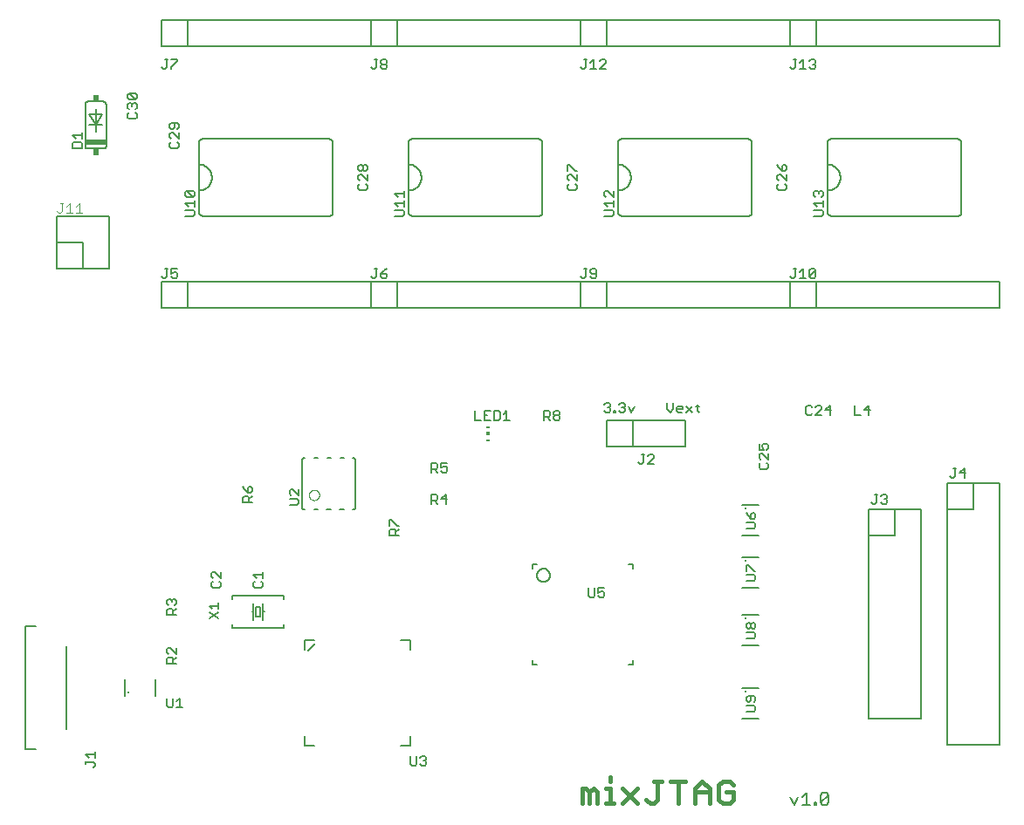
<source format=gto>
G75*
%MOIN*%
%OFA0B0*%
%FSLAX25Y25*%
%IPPOS*%
%LPD*%
%AMOC8*
5,1,8,0,0,1.08239X$1,22.5*
%
%ADD10C,0.01500*%
%ADD11C,0.00600*%
%ADD12C,0.00500*%
%ADD13C,0.00800*%
%ADD14R,0.01181X0.00591*%
%ADD15R,0.01181X0.01181*%
%ADD16C,0.00200*%
%ADD17C,0.00787*%
%ADD18R,0.08000X0.02000*%
%ADD19R,0.02000X0.02500*%
%ADD20C,0.00400*%
D10*
X0272229Y0030750D02*
X0272229Y0036422D01*
X0273647Y0036422D01*
X0275064Y0035004D01*
X0276482Y0036422D01*
X0277900Y0035004D01*
X0277900Y0030750D01*
X0275064Y0030750D02*
X0275064Y0035004D01*
X0281437Y0036422D02*
X0282854Y0036422D01*
X0282854Y0030750D01*
X0281437Y0030750D02*
X0284272Y0030750D01*
X0287575Y0030750D02*
X0293247Y0036422D01*
X0296783Y0032168D02*
X0298201Y0030750D01*
X0299619Y0030750D01*
X0301037Y0032168D01*
X0301037Y0039257D01*
X0299619Y0039257D02*
X0302455Y0039257D01*
X0305991Y0039257D02*
X0311662Y0039257D01*
X0308827Y0039257D02*
X0308827Y0030750D01*
X0315199Y0030750D02*
X0315199Y0036422D01*
X0318035Y0039257D01*
X0320870Y0036422D01*
X0320870Y0030750D01*
X0324407Y0032168D02*
X0325824Y0030750D01*
X0328660Y0030750D01*
X0330078Y0032168D01*
X0330078Y0035004D01*
X0327242Y0035004D01*
X0324407Y0037839D02*
X0324407Y0032168D01*
X0320870Y0035004D02*
X0315199Y0035004D01*
X0324407Y0037839D02*
X0325824Y0039257D01*
X0328660Y0039257D01*
X0330078Y0037839D01*
X0293247Y0030750D02*
X0287575Y0036422D01*
X0282854Y0039257D02*
X0282854Y0040675D01*
D11*
X0333404Y0063202D02*
X0339554Y0063202D01*
X0339554Y0074802D02*
X0333404Y0074802D01*
X0333404Y0091202D02*
X0339554Y0091202D01*
X0339554Y0102802D02*
X0333404Y0102802D01*
X0333404Y0113202D02*
X0339554Y0113202D01*
X0339554Y0124802D02*
X0333404Y0124802D01*
X0333404Y0133202D02*
X0339554Y0133202D01*
X0339554Y0144802D02*
X0333404Y0144802D01*
X0311479Y0167000D02*
X0291479Y0167000D01*
X0291479Y0177000D01*
X0311479Y0177000D01*
X0291479Y0177000D02*
X0281479Y0177000D01*
X0281479Y0167000D01*
X0291479Y0167000D01*
X0291579Y0122100D02*
X0289979Y0122100D01*
X0291579Y0122100D02*
X0291579Y0120500D01*
X0254979Y0118000D02*
X0254981Y0118099D01*
X0254987Y0118199D01*
X0254997Y0118298D01*
X0255011Y0118396D01*
X0255028Y0118494D01*
X0255050Y0118591D01*
X0255075Y0118687D01*
X0255104Y0118782D01*
X0255137Y0118876D01*
X0255174Y0118968D01*
X0255214Y0119059D01*
X0255258Y0119148D01*
X0255306Y0119236D01*
X0255357Y0119321D01*
X0255411Y0119404D01*
X0255468Y0119486D01*
X0255529Y0119564D01*
X0255593Y0119641D01*
X0255659Y0119714D01*
X0255729Y0119785D01*
X0255801Y0119853D01*
X0255876Y0119919D01*
X0255954Y0119981D01*
X0256034Y0120040D01*
X0256116Y0120096D01*
X0256200Y0120148D01*
X0256287Y0120197D01*
X0256375Y0120243D01*
X0256465Y0120285D01*
X0256557Y0120324D01*
X0256650Y0120359D01*
X0256744Y0120390D01*
X0256840Y0120417D01*
X0256937Y0120440D01*
X0257034Y0120460D01*
X0257132Y0120476D01*
X0257231Y0120488D01*
X0257330Y0120496D01*
X0257429Y0120500D01*
X0257529Y0120500D01*
X0257628Y0120496D01*
X0257727Y0120488D01*
X0257826Y0120476D01*
X0257924Y0120460D01*
X0258021Y0120440D01*
X0258118Y0120417D01*
X0258214Y0120390D01*
X0258308Y0120359D01*
X0258401Y0120324D01*
X0258493Y0120285D01*
X0258583Y0120243D01*
X0258671Y0120197D01*
X0258758Y0120148D01*
X0258842Y0120096D01*
X0258924Y0120040D01*
X0259004Y0119981D01*
X0259082Y0119919D01*
X0259157Y0119853D01*
X0259229Y0119785D01*
X0259299Y0119714D01*
X0259365Y0119641D01*
X0259429Y0119564D01*
X0259490Y0119486D01*
X0259547Y0119404D01*
X0259601Y0119321D01*
X0259652Y0119236D01*
X0259700Y0119148D01*
X0259744Y0119059D01*
X0259784Y0118968D01*
X0259821Y0118876D01*
X0259854Y0118782D01*
X0259883Y0118687D01*
X0259908Y0118591D01*
X0259930Y0118494D01*
X0259947Y0118396D01*
X0259961Y0118298D01*
X0259971Y0118199D01*
X0259977Y0118099D01*
X0259979Y0118000D01*
X0259977Y0117901D01*
X0259971Y0117801D01*
X0259961Y0117702D01*
X0259947Y0117604D01*
X0259930Y0117506D01*
X0259908Y0117409D01*
X0259883Y0117313D01*
X0259854Y0117218D01*
X0259821Y0117124D01*
X0259784Y0117032D01*
X0259744Y0116941D01*
X0259700Y0116852D01*
X0259652Y0116764D01*
X0259601Y0116679D01*
X0259547Y0116596D01*
X0259490Y0116514D01*
X0259429Y0116436D01*
X0259365Y0116359D01*
X0259299Y0116286D01*
X0259229Y0116215D01*
X0259157Y0116147D01*
X0259082Y0116081D01*
X0259004Y0116019D01*
X0258924Y0115960D01*
X0258842Y0115904D01*
X0258758Y0115852D01*
X0258671Y0115803D01*
X0258583Y0115757D01*
X0258493Y0115715D01*
X0258401Y0115676D01*
X0258308Y0115641D01*
X0258214Y0115610D01*
X0258118Y0115583D01*
X0258021Y0115560D01*
X0257924Y0115540D01*
X0257826Y0115524D01*
X0257727Y0115512D01*
X0257628Y0115504D01*
X0257529Y0115500D01*
X0257429Y0115500D01*
X0257330Y0115504D01*
X0257231Y0115512D01*
X0257132Y0115524D01*
X0257034Y0115540D01*
X0256937Y0115560D01*
X0256840Y0115583D01*
X0256744Y0115610D01*
X0256650Y0115641D01*
X0256557Y0115676D01*
X0256465Y0115715D01*
X0256375Y0115757D01*
X0256287Y0115803D01*
X0256200Y0115852D01*
X0256116Y0115904D01*
X0256034Y0115960D01*
X0255954Y0116019D01*
X0255876Y0116081D01*
X0255801Y0116147D01*
X0255729Y0116215D01*
X0255659Y0116286D01*
X0255593Y0116359D01*
X0255529Y0116436D01*
X0255468Y0116514D01*
X0255411Y0116596D01*
X0255357Y0116679D01*
X0255306Y0116764D01*
X0255258Y0116852D01*
X0255214Y0116941D01*
X0255174Y0117032D01*
X0255137Y0117124D01*
X0255104Y0117218D01*
X0255075Y0117313D01*
X0255050Y0117409D01*
X0255028Y0117506D01*
X0255011Y0117604D01*
X0254997Y0117702D01*
X0254987Y0117801D01*
X0254981Y0117901D01*
X0254979Y0118000D01*
X0253379Y0120500D02*
X0253379Y0122100D01*
X0254979Y0122100D01*
X0253179Y0085500D02*
X0253179Y0083700D01*
X0254979Y0083700D01*
X0289979Y0083900D02*
X0291579Y0083900D01*
X0291579Y0085500D01*
X0351779Y0033236D02*
X0353247Y0030300D01*
X0354715Y0033236D01*
X0356383Y0033236D02*
X0357851Y0034704D01*
X0357851Y0030300D01*
X0356383Y0030300D02*
X0359319Y0030300D01*
X0360987Y0030300D02*
X0361721Y0030300D01*
X0361721Y0031034D01*
X0360987Y0031034D01*
X0360987Y0030300D01*
X0363289Y0031034D02*
X0366224Y0033970D01*
X0366224Y0031034D01*
X0365490Y0030300D01*
X0364023Y0030300D01*
X0363289Y0031034D01*
X0363289Y0033970D01*
X0364023Y0034704D01*
X0365490Y0034704D01*
X0366224Y0033970D01*
X0381479Y0063000D02*
X0401479Y0063000D01*
X0401479Y0143000D01*
X0391479Y0143000D01*
X0391479Y0133000D01*
X0381479Y0133000D01*
X0381479Y0063000D01*
X0411479Y0053000D02*
X0431479Y0053000D01*
X0431479Y0153000D01*
X0421479Y0153000D01*
X0421479Y0143000D01*
X0411479Y0143000D01*
X0411479Y0053000D01*
X0381479Y0133000D02*
X0381479Y0143000D01*
X0391479Y0143000D01*
X0411479Y0143000D02*
X0411479Y0153000D01*
X0421479Y0153000D01*
X0431479Y0220000D02*
X0361479Y0220000D01*
X0361479Y0230000D01*
X0431479Y0230000D01*
X0431479Y0220000D01*
X0415579Y0255300D02*
X0367379Y0255300D01*
X0367303Y0255302D01*
X0367227Y0255308D01*
X0367152Y0255317D01*
X0367077Y0255331D01*
X0367003Y0255348D01*
X0366930Y0255369D01*
X0366858Y0255393D01*
X0366787Y0255422D01*
X0366718Y0255453D01*
X0366651Y0255488D01*
X0366586Y0255527D01*
X0366522Y0255569D01*
X0366461Y0255614D01*
X0366402Y0255662D01*
X0366346Y0255713D01*
X0366292Y0255767D01*
X0366241Y0255823D01*
X0366193Y0255882D01*
X0366148Y0255943D01*
X0366106Y0256007D01*
X0366067Y0256072D01*
X0366032Y0256139D01*
X0366001Y0256208D01*
X0365972Y0256279D01*
X0365948Y0256351D01*
X0365927Y0256424D01*
X0365910Y0256498D01*
X0365896Y0256573D01*
X0365887Y0256648D01*
X0365881Y0256724D01*
X0365879Y0256800D01*
X0365879Y0265000D01*
X0365879Y0275000D01*
X0365879Y0283200D01*
X0365881Y0283276D01*
X0365887Y0283352D01*
X0365896Y0283427D01*
X0365910Y0283502D01*
X0365927Y0283576D01*
X0365948Y0283649D01*
X0365972Y0283721D01*
X0366001Y0283792D01*
X0366032Y0283861D01*
X0366067Y0283928D01*
X0366106Y0283993D01*
X0366148Y0284057D01*
X0366193Y0284118D01*
X0366241Y0284177D01*
X0366292Y0284233D01*
X0366346Y0284287D01*
X0366402Y0284338D01*
X0366461Y0284386D01*
X0366522Y0284431D01*
X0366586Y0284473D01*
X0366651Y0284512D01*
X0366718Y0284547D01*
X0366787Y0284578D01*
X0366858Y0284607D01*
X0366930Y0284631D01*
X0367003Y0284652D01*
X0367077Y0284669D01*
X0367152Y0284683D01*
X0367227Y0284692D01*
X0367303Y0284698D01*
X0367379Y0284700D01*
X0415579Y0284700D01*
X0415655Y0284698D01*
X0415731Y0284692D01*
X0415806Y0284683D01*
X0415881Y0284669D01*
X0415955Y0284652D01*
X0416028Y0284631D01*
X0416100Y0284607D01*
X0416171Y0284578D01*
X0416240Y0284547D01*
X0416307Y0284512D01*
X0416372Y0284473D01*
X0416436Y0284431D01*
X0416497Y0284386D01*
X0416556Y0284338D01*
X0416612Y0284287D01*
X0416666Y0284233D01*
X0416717Y0284177D01*
X0416765Y0284118D01*
X0416810Y0284057D01*
X0416852Y0283993D01*
X0416891Y0283928D01*
X0416926Y0283861D01*
X0416957Y0283792D01*
X0416986Y0283721D01*
X0417010Y0283649D01*
X0417031Y0283576D01*
X0417048Y0283502D01*
X0417062Y0283427D01*
X0417071Y0283352D01*
X0417077Y0283276D01*
X0417079Y0283200D01*
X0417079Y0256800D01*
X0417077Y0256724D01*
X0417071Y0256648D01*
X0417062Y0256573D01*
X0417048Y0256498D01*
X0417031Y0256424D01*
X0417010Y0256351D01*
X0416986Y0256279D01*
X0416957Y0256208D01*
X0416926Y0256139D01*
X0416891Y0256072D01*
X0416852Y0256007D01*
X0416810Y0255943D01*
X0416765Y0255882D01*
X0416717Y0255823D01*
X0416666Y0255767D01*
X0416612Y0255713D01*
X0416556Y0255662D01*
X0416497Y0255614D01*
X0416436Y0255569D01*
X0416372Y0255527D01*
X0416307Y0255488D01*
X0416240Y0255453D01*
X0416171Y0255422D01*
X0416100Y0255393D01*
X0416028Y0255369D01*
X0415955Y0255348D01*
X0415881Y0255331D01*
X0415806Y0255317D01*
X0415731Y0255308D01*
X0415655Y0255302D01*
X0415579Y0255300D01*
X0365879Y0265000D02*
X0366019Y0265002D01*
X0366159Y0265008D01*
X0366299Y0265018D01*
X0366439Y0265031D01*
X0366578Y0265049D01*
X0366717Y0265071D01*
X0366854Y0265096D01*
X0366992Y0265125D01*
X0367128Y0265158D01*
X0367263Y0265195D01*
X0367397Y0265236D01*
X0367530Y0265281D01*
X0367662Y0265329D01*
X0367792Y0265381D01*
X0367921Y0265436D01*
X0368048Y0265495D01*
X0368174Y0265558D01*
X0368298Y0265624D01*
X0368419Y0265693D01*
X0368539Y0265766D01*
X0368657Y0265843D01*
X0368772Y0265922D01*
X0368886Y0266005D01*
X0368996Y0266091D01*
X0369105Y0266180D01*
X0369211Y0266272D01*
X0369314Y0266367D01*
X0369415Y0266464D01*
X0369512Y0266565D01*
X0369607Y0266668D01*
X0369699Y0266774D01*
X0369788Y0266883D01*
X0369874Y0266993D01*
X0369957Y0267107D01*
X0370036Y0267222D01*
X0370113Y0267340D01*
X0370186Y0267460D01*
X0370255Y0267581D01*
X0370321Y0267705D01*
X0370384Y0267831D01*
X0370443Y0267958D01*
X0370498Y0268087D01*
X0370550Y0268217D01*
X0370598Y0268349D01*
X0370643Y0268482D01*
X0370684Y0268616D01*
X0370721Y0268751D01*
X0370754Y0268887D01*
X0370783Y0269025D01*
X0370808Y0269162D01*
X0370830Y0269301D01*
X0370848Y0269440D01*
X0370861Y0269580D01*
X0370871Y0269720D01*
X0370877Y0269860D01*
X0370879Y0270000D01*
X0370877Y0270140D01*
X0370871Y0270280D01*
X0370861Y0270420D01*
X0370848Y0270560D01*
X0370830Y0270699D01*
X0370808Y0270838D01*
X0370783Y0270975D01*
X0370754Y0271113D01*
X0370721Y0271249D01*
X0370684Y0271384D01*
X0370643Y0271518D01*
X0370598Y0271651D01*
X0370550Y0271783D01*
X0370498Y0271913D01*
X0370443Y0272042D01*
X0370384Y0272169D01*
X0370321Y0272295D01*
X0370255Y0272419D01*
X0370186Y0272540D01*
X0370113Y0272660D01*
X0370036Y0272778D01*
X0369957Y0272893D01*
X0369874Y0273007D01*
X0369788Y0273117D01*
X0369699Y0273226D01*
X0369607Y0273332D01*
X0369512Y0273435D01*
X0369415Y0273536D01*
X0369314Y0273633D01*
X0369211Y0273728D01*
X0369105Y0273820D01*
X0368996Y0273909D01*
X0368886Y0273995D01*
X0368772Y0274078D01*
X0368657Y0274157D01*
X0368539Y0274234D01*
X0368419Y0274307D01*
X0368298Y0274376D01*
X0368174Y0274442D01*
X0368048Y0274505D01*
X0367921Y0274564D01*
X0367792Y0274619D01*
X0367662Y0274671D01*
X0367530Y0274719D01*
X0367397Y0274764D01*
X0367263Y0274805D01*
X0367128Y0274842D01*
X0366992Y0274875D01*
X0366854Y0274904D01*
X0366717Y0274929D01*
X0366578Y0274951D01*
X0366439Y0274969D01*
X0366299Y0274982D01*
X0366159Y0274992D01*
X0366019Y0274998D01*
X0365879Y0275000D01*
X0337079Y0283200D02*
X0337079Y0256800D01*
X0337077Y0256724D01*
X0337071Y0256648D01*
X0337062Y0256573D01*
X0337048Y0256498D01*
X0337031Y0256424D01*
X0337010Y0256351D01*
X0336986Y0256279D01*
X0336957Y0256208D01*
X0336926Y0256139D01*
X0336891Y0256072D01*
X0336852Y0256007D01*
X0336810Y0255943D01*
X0336765Y0255882D01*
X0336717Y0255823D01*
X0336666Y0255767D01*
X0336612Y0255713D01*
X0336556Y0255662D01*
X0336497Y0255614D01*
X0336436Y0255569D01*
X0336372Y0255527D01*
X0336307Y0255488D01*
X0336240Y0255453D01*
X0336171Y0255422D01*
X0336100Y0255393D01*
X0336028Y0255369D01*
X0335955Y0255348D01*
X0335881Y0255331D01*
X0335806Y0255317D01*
X0335731Y0255308D01*
X0335655Y0255302D01*
X0335579Y0255300D01*
X0287379Y0255300D01*
X0287303Y0255302D01*
X0287227Y0255308D01*
X0287152Y0255317D01*
X0287077Y0255331D01*
X0287003Y0255348D01*
X0286930Y0255369D01*
X0286858Y0255393D01*
X0286787Y0255422D01*
X0286718Y0255453D01*
X0286651Y0255488D01*
X0286586Y0255527D01*
X0286522Y0255569D01*
X0286461Y0255614D01*
X0286402Y0255662D01*
X0286346Y0255713D01*
X0286292Y0255767D01*
X0286241Y0255823D01*
X0286193Y0255882D01*
X0286148Y0255943D01*
X0286106Y0256007D01*
X0286067Y0256072D01*
X0286032Y0256139D01*
X0286001Y0256208D01*
X0285972Y0256279D01*
X0285948Y0256351D01*
X0285927Y0256424D01*
X0285910Y0256498D01*
X0285896Y0256573D01*
X0285887Y0256648D01*
X0285881Y0256724D01*
X0285879Y0256800D01*
X0285879Y0265000D01*
X0285879Y0275000D01*
X0285879Y0283200D01*
X0285881Y0283276D01*
X0285887Y0283352D01*
X0285896Y0283427D01*
X0285910Y0283502D01*
X0285927Y0283576D01*
X0285948Y0283649D01*
X0285972Y0283721D01*
X0286001Y0283792D01*
X0286032Y0283861D01*
X0286067Y0283928D01*
X0286106Y0283993D01*
X0286148Y0284057D01*
X0286193Y0284118D01*
X0286241Y0284177D01*
X0286292Y0284233D01*
X0286346Y0284287D01*
X0286402Y0284338D01*
X0286461Y0284386D01*
X0286522Y0284431D01*
X0286586Y0284473D01*
X0286651Y0284512D01*
X0286718Y0284547D01*
X0286787Y0284578D01*
X0286858Y0284607D01*
X0286930Y0284631D01*
X0287003Y0284652D01*
X0287077Y0284669D01*
X0287152Y0284683D01*
X0287227Y0284692D01*
X0287303Y0284698D01*
X0287379Y0284700D01*
X0335579Y0284700D01*
X0335655Y0284698D01*
X0335731Y0284692D01*
X0335806Y0284683D01*
X0335881Y0284669D01*
X0335955Y0284652D01*
X0336028Y0284631D01*
X0336100Y0284607D01*
X0336171Y0284578D01*
X0336240Y0284547D01*
X0336307Y0284512D01*
X0336372Y0284473D01*
X0336436Y0284431D01*
X0336497Y0284386D01*
X0336556Y0284338D01*
X0336612Y0284287D01*
X0336666Y0284233D01*
X0336717Y0284177D01*
X0336765Y0284118D01*
X0336810Y0284057D01*
X0336852Y0283993D01*
X0336891Y0283928D01*
X0336926Y0283861D01*
X0336957Y0283792D01*
X0336986Y0283721D01*
X0337010Y0283649D01*
X0337031Y0283576D01*
X0337048Y0283502D01*
X0337062Y0283427D01*
X0337071Y0283352D01*
X0337077Y0283276D01*
X0337079Y0283200D01*
X0285879Y0275000D02*
X0286019Y0274998D01*
X0286159Y0274992D01*
X0286299Y0274982D01*
X0286439Y0274969D01*
X0286578Y0274951D01*
X0286717Y0274929D01*
X0286854Y0274904D01*
X0286992Y0274875D01*
X0287128Y0274842D01*
X0287263Y0274805D01*
X0287397Y0274764D01*
X0287530Y0274719D01*
X0287662Y0274671D01*
X0287792Y0274619D01*
X0287921Y0274564D01*
X0288048Y0274505D01*
X0288174Y0274442D01*
X0288298Y0274376D01*
X0288419Y0274307D01*
X0288539Y0274234D01*
X0288657Y0274157D01*
X0288772Y0274078D01*
X0288886Y0273995D01*
X0288996Y0273909D01*
X0289105Y0273820D01*
X0289211Y0273728D01*
X0289314Y0273633D01*
X0289415Y0273536D01*
X0289512Y0273435D01*
X0289607Y0273332D01*
X0289699Y0273226D01*
X0289788Y0273117D01*
X0289874Y0273007D01*
X0289957Y0272893D01*
X0290036Y0272778D01*
X0290113Y0272660D01*
X0290186Y0272540D01*
X0290255Y0272419D01*
X0290321Y0272295D01*
X0290384Y0272169D01*
X0290443Y0272042D01*
X0290498Y0271913D01*
X0290550Y0271783D01*
X0290598Y0271651D01*
X0290643Y0271518D01*
X0290684Y0271384D01*
X0290721Y0271249D01*
X0290754Y0271113D01*
X0290783Y0270975D01*
X0290808Y0270838D01*
X0290830Y0270699D01*
X0290848Y0270560D01*
X0290861Y0270420D01*
X0290871Y0270280D01*
X0290877Y0270140D01*
X0290879Y0270000D01*
X0290877Y0269860D01*
X0290871Y0269720D01*
X0290861Y0269580D01*
X0290848Y0269440D01*
X0290830Y0269301D01*
X0290808Y0269162D01*
X0290783Y0269025D01*
X0290754Y0268887D01*
X0290721Y0268751D01*
X0290684Y0268616D01*
X0290643Y0268482D01*
X0290598Y0268349D01*
X0290550Y0268217D01*
X0290498Y0268087D01*
X0290443Y0267958D01*
X0290384Y0267831D01*
X0290321Y0267705D01*
X0290255Y0267581D01*
X0290186Y0267460D01*
X0290113Y0267340D01*
X0290036Y0267222D01*
X0289957Y0267107D01*
X0289874Y0266993D01*
X0289788Y0266883D01*
X0289699Y0266774D01*
X0289607Y0266668D01*
X0289512Y0266565D01*
X0289415Y0266464D01*
X0289314Y0266367D01*
X0289211Y0266272D01*
X0289105Y0266180D01*
X0288996Y0266091D01*
X0288886Y0266005D01*
X0288772Y0265922D01*
X0288657Y0265843D01*
X0288539Y0265766D01*
X0288419Y0265693D01*
X0288298Y0265624D01*
X0288174Y0265558D01*
X0288048Y0265495D01*
X0287921Y0265436D01*
X0287792Y0265381D01*
X0287662Y0265329D01*
X0287530Y0265281D01*
X0287397Y0265236D01*
X0287263Y0265195D01*
X0287128Y0265158D01*
X0286992Y0265125D01*
X0286854Y0265096D01*
X0286717Y0265071D01*
X0286578Y0265049D01*
X0286439Y0265031D01*
X0286299Y0265018D01*
X0286159Y0265008D01*
X0286019Y0265002D01*
X0285879Y0265000D01*
X0257079Y0256800D02*
X0257079Y0283200D01*
X0257077Y0283276D01*
X0257071Y0283352D01*
X0257062Y0283427D01*
X0257048Y0283502D01*
X0257031Y0283576D01*
X0257010Y0283649D01*
X0256986Y0283721D01*
X0256957Y0283792D01*
X0256926Y0283861D01*
X0256891Y0283928D01*
X0256852Y0283993D01*
X0256810Y0284057D01*
X0256765Y0284118D01*
X0256717Y0284177D01*
X0256666Y0284233D01*
X0256612Y0284287D01*
X0256556Y0284338D01*
X0256497Y0284386D01*
X0256436Y0284431D01*
X0256372Y0284473D01*
X0256307Y0284512D01*
X0256240Y0284547D01*
X0256171Y0284578D01*
X0256100Y0284607D01*
X0256028Y0284631D01*
X0255955Y0284652D01*
X0255881Y0284669D01*
X0255806Y0284683D01*
X0255731Y0284692D01*
X0255655Y0284698D01*
X0255579Y0284700D01*
X0207379Y0284700D01*
X0207303Y0284698D01*
X0207227Y0284692D01*
X0207152Y0284683D01*
X0207077Y0284669D01*
X0207003Y0284652D01*
X0206930Y0284631D01*
X0206858Y0284607D01*
X0206787Y0284578D01*
X0206718Y0284547D01*
X0206651Y0284512D01*
X0206586Y0284473D01*
X0206522Y0284431D01*
X0206461Y0284386D01*
X0206402Y0284338D01*
X0206346Y0284287D01*
X0206292Y0284233D01*
X0206241Y0284177D01*
X0206193Y0284118D01*
X0206148Y0284057D01*
X0206106Y0283993D01*
X0206067Y0283928D01*
X0206032Y0283861D01*
X0206001Y0283792D01*
X0205972Y0283721D01*
X0205948Y0283649D01*
X0205927Y0283576D01*
X0205910Y0283502D01*
X0205896Y0283427D01*
X0205887Y0283352D01*
X0205881Y0283276D01*
X0205879Y0283200D01*
X0205879Y0275000D01*
X0205879Y0265000D01*
X0205879Y0256800D01*
X0205881Y0256724D01*
X0205887Y0256648D01*
X0205896Y0256573D01*
X0205910Y0256498D01*
X0205927Y0256424D01*
X0205948Y0256351D01*
X0205972Y0256279D01*
X0206001Y0256208D01*
X0206032Y0256139D01*
X0206067Y0256072D01*
X0206106Y0256007D01*
X0206148Y0255943D01*
X0206193Y0255882D01*
X0206241Y0255823D01*
X0206292Y0255767D01*
X0206346Y0255713D01*
X0206402Y0255662D01*
X0206461Y0255614D01*
X0206522Y0255569D01*
X0206586Y0255527D01*
X0206651Y0255488D01*
X0206718Y0255453D01*
X0206787Y0255422D01*
X0206858Y0255393D01*
X0206930Y0255369D01*
X0207003Y0255348D01*
X0207077Y0255331D01*
X0207152Y0255317D01*
X0207227Y0255308D01*
X0207303Y0255302D01*
X0207379Y0255300D01*
X0255579Y0255300D01*
X0255655Y0255302D01*
X0255731Y0255308D01*
X0255806Y0255317D01*
X0255881Y0255331D01*
X0255955Y0255348D01*
X0256028Y0255369D01*
X0256100Y0255393D01*
X0256171Y0255422D01*
X0256240Y0255453D01*
X0256307Y0255488D01*
X0256372Y0255527D01*
X0256436Y0255569D01*
X0256497Y0255614D01*
X0256556Y0255662D01*
X0256612Y0255713D01*
X0256666Y0255767D01*
X0256717Y0255823D01*
X0256765Y0255882D01*
X0256810Y0255943D01*
X0256852Y0256007D01*
X0256891Y0256072D01*
X0256926Y0256139D01*
X0256957Y0256208D01*
X0256986Y0256279D01*
X0257010Y0256351D01*
X0257031Y0256424D01*
X0257048Y0256498D01*
X0257062Y0256573D01*
X0257071Y0256648D01*
X0257077Y0256724D01*
X0257079Y0256800D01*
X0271479Y0230000D02*
X0271479Y0220000D01*
X0281479Y0220000D01*
X0281479Y0230000D01*
X0351479Y0230000D01*
X0351479Y0220000D01*
X0361479Y0220000D01*
X0361479Y0230000D02*
X0351479Y0230000D01*
X0351479Y0220000D01*
X0281479Y0220000D01*
X0281479Y0230000D02*
X0271479Y0230000D01*
X0271479Y0220000D01*
X0201479Y0220000D01*
X0201479Y0230000D01*
X0271479Y0230000D01*
X0205879Y0265000D02*
X0206019Y0265002D01*
X0206159Y0265008D01*
X0206299Y0265018D01*
X0206439Y0265031D01*
X0206578Y0265049D01*
X0206717Y0265071D01*
X0206854Y0265096D01*
X0206992Y0265125D01*
X0207128Y0265158D01*
X0207263Y0265195D01*
X0207397Y0265236D01*
X0207530Y0265281D01*
X0207662Y0265329D01*
X0207792Y0265381D01*
X0207921Y0265436D01*
X0208048Y0265495D01*
X0208174Y0265558D01*
X0208298Y0265624D01*
X0208419Y0265693D01*
X0208539Y0265766D01*
X0208657Y0265843D01*
X0208772Y0265922D01*
X0208886Y0266005D01*
X0208996Y0266091D01*
X0209105Y0266180D01*
X0209211Y0266272D01*
X0209314Y0266367D01*
X0209415Y0266464D01*
X0209512Y0266565D01*
X0209607Y0266668D01*
X0209699Y0266774D01*
X0209788Y0266883D01*
X0209874Y0266993D01*
X0209957Y0267107D01*
X0210036Y0267222D01*
X0210113Y0267340D01*
X0210186Y0267460D01*
X0210255Y0267581D01*
X0210321Y0267705D01*
X0210384Y0267831D01*
X0210443Y0267958D01*
X0210498Y0268087D01*
X0210550Y0268217D01*
X0210598Y0268349D01*
X0210643Y0268482D01*
X0210684Y0268616D01*
X0210721Y0268751D01*
X0210754Y0268887D01*
X0210783Y0269025D01*
X0210808Y0269162D01*
X0210830Y0269301D01*
X0210848Y0269440D01*
X0210861Y0269580D01*
X0210871Y0269720D01*
X0210877Y0269860D01*
X0210879Y0270000D01*
X0210877Y0270140D01*
X0210871Y0270280D01*
X0210861Y0270420D01*
X0210848Y0270560D01*
X0210830Y0270699D01*
X0210808Y0270838D01*
X0210783Y0270975D01*
X0210754Y0271113D01*
X0210721Y0271249D01*
X0210684Y0271384D01*
X0210643Y0271518D01*
X0210598Y0271651D01*
X0210550Y0271783D01*
X0210498Y0271913D01*
X0210443Y0272042D01*
X0210384Y0272169D01*
X0210321Y0272295D01*
X0210255Y0272419D01*
X0210186Y0272540D01*
X0210113Y0272660D01*
X0210036Y0272778D01*
X0209957Y0272893D01*
X0209874Y0273007D01*
X0209788Y0273117D01*
X0209699Y0273226D01*
X0209607Y0273332D01*
X0209512Y0273435D01*
X0209415Y0273536D01*
X0209314Y0273633D01*
X0209211Y0273728D01*
X0209105Y0273820D01*
X0208996Y0273909D01*
X0208886Y0273995D01*
X0208772Y0274078D01*
X0208657Y0274157D01*
X0208539Y0274234D01*
X0208419Y0274307D01*
X0208298Y0274376D01*
X0208174Y0274442D01*
X0208048Y0274505D01*
X0207921Y0274564D01*
X0207792Y0274619D01*
X0207662Y0274671D01*
X0207530Y0274719D01*
X0207397Y0274764D01*
X0207263Y0274805D01*
X0207128Y0274842D01*
X0206992Y0274875D01*
X0206854Y0274904D01*
X0206717Y0274929D01*
X0206578Y0274951D01*
X0206439Y0274969D01*
X0206299Y0274982D01*
X0206159Y0274992D01*
X0206019Y0274998D01*
X0205879Y0275000D01*
X0177079Y0283200D02*
X0177079Y0256800D01*
X0177077Y0256724D01*
X0177071Y0256648D01*
X0177062Y0256573D01*
X0177048Y0256498D01*
X0177031Y0256424D01*
X0177010Y0256351D01*
X0176986Y0256279D01*
X0176957Y0256208D01*
X0176926Y0256139D01*
X0176891Y0256072D01*
X0176852Y0256007D01*
X0176810Y0255943D01*
X0176765Y0255882D01*
X0176717Y0255823D01*
X0176666Y0255767D01*
X0176612Y0255713D01*
X0176556Y0255662D01*
X0176497Y0255614D01*
X0176436Y0255569D01*
X0176372Y0255527D01*
X0176307Y0255488D01*
X0176240Y0255453D01*
X0176171Y0255422D01*
X0176100Y0255393D01*
X0176028Y0255369D01*
X0175955Y0255348D01*
X0175881Y0255331D01*
X0175806Y0255317D01*
X0175731Y0255308D01*
X0175655Y0255302D01*
X0175579Y0255300D01*
X0127379Y0255300D01*
X0127303Y0255302D01*
X0127227Y0255308D01*
X0127152Y0255317D01*
X0127077Y0255331D01*
X0127003Y0255348D01*
X0126930Y0255369D01*
X0126858Y0255393D01*
X0126787Y0255422D01*
X0126718Y0255453D01*
X0126651Y0255488D01*
X0126586Y0255527D01*
X0126522Y0255569D01*
X0126461Y0255614D01*
X0126402Y0255662D01*
X0126346Y0255713D01*
X0126292Y0255767D01*
X0126241Y0255823D01*
X0126193Y0255882D01*
X0126148Y0255943D01*
X0126106Y0256007D01*
X0126067Y0256072D01*
X0126032Y0256139D01*
X0126001Y0256208D01*
X0125972Y0256279D01*
X0125948Y0256351D01*
X0125927Y0256424D01*
X0125910Y0256498D01*
X0125896Y0256573D01*
X0125887Y0256648D01*
X0125881Y0256724D01*
X0125879Y0256800D01*
X0125879Y0265000D01*
X0125879Y0275000D01*
X0125879Y0283200D01*
X0125881Y0283276D01*
X0125887Y0283352D01*
X0125896Y0283427D01*
X0125910Y0283502D01*
X0125927Y0283576D01*
X0125948Y0283649D01*
X0125972Y0283721D01*
X0126001Y0283792D01*
X0126032Y0283861D01*
X0126067Y0283928D01*
X0126106Y0283993D01*
X0126148Y0284057D01*
X0126193Y0284118D01*
X0126241Y0284177D01*
X0126292Y0284233D01*
X0126346Y0284287D01*
X0126402Y0284338D01*
X0126461Y0284386D01*
X0126522Y0284431D01*
X0126586Y0284473D01*
X0126651Y0284512D01*
X0126718Y0284547D01*
X0126787Y0284578D01*
X0126858Y0284607D01*
X0126930Y0284631D01*
X0127003Y0284652D01*
X0127077Y0284669D01*
X0127152Y0284683D01*
X0127227Y0284692D01*
X0127303Y0284698D01*
X0127379Y0284700D01*
X0175579Y0284700D01*
X0175655Y0284698D01*
X0175731Y0284692D01*
X0175806Y0284683D01*
X0175881Y0284669D01*
X0175955Y0284652D01*
X0176028Y0284631D01*
X0176100Y0284607D01*
X0176171Y0284578D01*
X0176240Y0284547D01*
X0176307Y0284512D01*
X0176372Y0284473D01*
X0176436Y0284431D01*
X0176497Y0284386D01*
X0176556Y0284338D01*
X0176612Y0284287D01*
X0176666Y0284233D01*
X0176717Y0284177D01*
X0176765Y0284118D01*
X0176810Y0284057D01*
X0176852Y0283993D01*
X0176891Y0283928D01*
X0176926Y0283861D01*
X0176957Y0283792D01*
X0176986Y0283721D01*
X0177010Y0283649D01*
X0177031Y0283576D01*
X0177048Y0283502D01*
X0177062Y0283427D01*
X0177071Y0283352D01*
X0177077Y0283276D01*
X0177079Y0283200D01*
X0191479Y0320000D02*
X0121479Y0320000D01*
X0121479Y0330000D01*
X0191479Y0330000D01*
X0191479Y0320000D01*
X0201479Y0320000D01*
X0201479Y0330000D01*
X0271479Y0330000D01*
X0271479Y0320000D01*
X0281479Y0320000D01*
X0281479Y0330000D01*
X0351479Y0330000D01*
X0351479Y0320000D01*
X0361479Y0320000D01*
X0361479Y0330000D01*
X0431479Y0330000D01*
X0431479Y0320000D01*
X0361479Y0320000D01*
X0361479Y0330000D02*
X0351479Y0330000D01*
X0351479Y0320000D01*
X0281479Y0320000D01*
X0281479Y0330000D02*
X0271479Y0330000D01*
X0271479Y0320000D01*
X0201479Y0320000D01*
X0201479Y0330000D02*
X0191479Y0330000D01*
X0191479Y0320000D01*
X0121479Y0320000D02*
X0111479Y0320000D01*
X0111479Y0330000D01*
X0121479Y0330000D01*
X0090479Y0298000D02*
X0090479Y0282000D01*
X0090477Y0281940D01*
X0090472Y0281879D01*
X0090463Y0281820D01*
X0090450Y0281761D01*
X0090434Y0281702D01*
X0090414Y0281645D01*
X0090391Y0281590D01*
X0090364Y0281535D01*
X0090335Y0281483D01*
X0090302Y0281432D01*
X0090266Y0281383D01*
X0090228Y0281337D01*
X0090186Y0281293D01*
X0090142Y0281251D01*
X0090096Y0281213D01*
X0090047Y0281177D01*
X0089996Y0281144D01*
X0089944Y0281115D01*
X0089889Y0281088D01*
X0089834Y0281065D01*
X0089777Y0281045D01*
X0089718Y0281029D01*
X0089659Y0281016D01*
X0089600Y0281007D01*
X0089539Y0281002D01*
X0089479Y0281000D01*
X0083479Y0281000D01*
X0083419Y0281002D01*
X0083358Y0281007D01*
X0083299Y0281016D01*
X0083240Y0281029D01*
X0083181Y0281045D01*
X0083124Y0281065D01*
X0083069Y0281088D01*
X0083014Y0281115D01*
X0082962Y0281144D01*
X0082911Y0281177D01*
X0082862Y0281213D01*
X0082816Y0281251D01*
X0082772Y0281293D01*
X0082730Y0281337D01*
X0082692Y0281383D01*
X0082656Y0281432D01*
X0082623Y0281483D01*
X0082594Y0281535D01*
X0082567Y0281590D01*
X0082544Y0281645D01*
X0082524Y0281702D01*
X0082508Y0281761D01*
X0082495Y0281820D01*
X0082486Y0281879D01*
X0082481Y0281940D01*
X0082479Y0282000D01*
X0082479Y0298000D01*
X0082481Y0298060D01*
X0082486Y0298121D01*
X0082495Y0298180D01*
X0082508Y0298239D01*
X0082524Y0298298D01*
X0082544Y0298355D01*
X0082567Y0298410D01*
X0082594Y0298465D01*
X0082623Y0298517D01*
X0082656Y0298568D01*
X0082692Y0298617D01*
X0082730Y0298663D01*
X0082772Y0298707D01*
X0082816Y0298749D01*
X0082862Y0298787D01*
X0082911Y0298823D01*
X0082962Y0298856D01*
X0083014Y0298885D01*
X0083069Y0298912D01*
X0083124Y0298935D01*
X0083181Y0298955D01*
X0083240Y0298971D01*
X0083299Y0298984D01*
X0083358Y0298993D01*
X0083419Y0298998D01*
X0083479Y0299000D01*
X0089479Y0299000D01*
X0089539Y0298998D01*
X0089600Y0298993D01*
X0089659Y0298984D01*
X0089718Y0298971D01*
X0089777Y0298955D01*
X0089834Y0298935D01*
X0089889Y0298912D01*
X0089944Y0298885D01*
X0089996Y0298856D01*
X0090047Y0298823D01*
X0090096Y0298787D01*
X0090142Y0298749D01*
X0090186Y0298707D01*
X0090228Y0298663D01*
X0090266Y0298617D01*
X0090302Y0298568D01*
X0090335Y0298517D01*
X0090364Y0298465D01*
X0090391Y0298410D01*
X0090414Y0298355D01*
X0090434Y0298298D01*
X0090450Y0298239D01*
X0090463Y0298180D01*
X0090472Y0298121D01*
X0090477Y0298060D01*
X0090479Y0298000D01*
X0088979Y0294000D02*
X0083979Y0294000D01*
X0086479Y0290000D01*
X0088979Y0290000D01*
X0086479Y0290000D02*
X0086479Y0287500D01*
X0086479Y0290000D02*
X0083979Y0290000D01*
X0086479Y0290000D02*
X0086479Y0296000D01*
X0088979Y0294000D02*
X0086479Y0290000D01*
X0125879Y0275000D02*
X0126019Y0274998D01*
X0126159Y0274992D01*
X0126299Y0274982D01*
X0126439Y0274969D01*
X0126578Y0274951D01*
X0126717Y0274929D01*
X0126854Y0274904D01*
X0126992Y0274875D01*
X0127128Y0274842D01*
X0127263Y0274805D01*
X0127397Y0274764D01*
X0127530Y0274719D01*
X0127662Y0274671D01*
X0127792Y0274619D01*
X0127921Y0274564D01*
X0128048Y0274505D01*
X0128174Y0274442D01*
X0128298Y0274376D01*
X0128419Y0274307D01*
X0128539Y0274234D01*
X0128657Y0274157D01*
X0128772Y0274078D01*
X0128886Y0273995D01*
X0128996Y0273909D01*
X0129105Y0273820D01*
X0129211Y0273728D01*
X0129314Y0273633D01*
X0129415Y0273536D01*
X0129512Y0273435D01*
X0129607Y0273332D01*
X0129699Y0273226D01*
X0129788Y0273117D01*
X0129874Y0273007D01*
X0129957Y0272893D01*
X0130036Y0272778D01*
X0130113Y0272660D01*
X0130186Y0272540D01*
X0130255Y0272419D01*
X0130321Y0272295D01*
X0130384Y0272169D01*
X0130443Y0272042D01*
X0130498Y0271913D01*
X0130550Y0271783D01*
X0130598Y0271651D01*
X0130643Y0271518D01*
X0130684Y0271384D01*
X0130721Y0271249D01*
X0130754Y0271113D01*
X0130783Y0270975D01*
X0130808Y0270838D01*
X0130830Y0270699D01*
X0130848Y0270560D01*
X0130861Y0270420D01*
X0130871Y0270280D01*
X0130877Y0270140D01*
X0130879Y0270000D01*
X0130877Y0269860D01*
X0130871Y0269720D01*
X0130861Y0269580D01*
X0130848Y0269440D01*
X0130830Y0269301D01*
X0130808Y0269162D01*
X0130783Y0269025D01*
X0130754Y0268887D01*
X0130721Y0268751D01*
X0130684Y0268616D01*
X0130643Y0268482D01*
X0130598Y0268349D01*
X0130550Y0268217D01*
X0130498Y0268087D01*
X0130443Y0267958D01*
X0130384Y0267831D01*
X0130321Y0267705D01*
X0130255Y0267581D01*
X0130186Y0267460D01*
X0130113Y0267340D01*
X0130036Y0267222D01*
X0129957Y0267107D01*
X0129874Y0266993D01*
X0129788Y0266883D01*
X0129699Y0266774D01*
X0129607Y0266668D01*
X0129512Y0266565D01*
X0129415Y0266464D01*
X0129314Y0266367D01*
X0129211Y0266272D01*
X0129105Y0266180D01*
X0128996Y0266091D01*
X0128886Y0266005D01*
X0128772Y0265922D01*
X0128657Y0265843D01*
X0128539Y0265766D01*
X0128419Y0265693D01*
X0128298Y0265624D01*
X0128174Y0265558D01*
X0128048Y0265495D01*
X0127921Y0265436D01*
X0127792Y0265381D01*
X0127662Y0265329D01*
X0127530Y0265281D01*
X0127397Y0265236D01*
X0127263Y0265195D01*
X0127128Y0265158D01*
X0126992Y0265125D01*
X0126854Y0265096D01*
X0126717Y0265071D01*
X0126578Y0265049D01*
X0126439Y0265031D01*
X0126299Y0265018D01*
X0126159Y0265008D01*
X0126019Y0265002D01*
X0125879Y0265000D01*
X0091479Y0255000D02*
X0071479Y0255000D01*
X0071479Y0245000D01*
X0081479Y0245000D01*
X0081479Y0235000D01*
X0091479Y0235000D01*
X0091479Y0255000D01*
X0071479Y0245000D02*
X0071479Y0235000D01*
X0081479Y0235000D01*
X0111479Y0230000D02*
X0111479Y0220000D01*
X0121479Y0220000D01*
X0121479Y0230000D01*
X0191479Y0230000D01*
X0191479Y0220000D01*
X0201479Y0220000D01*
X0201479Y0230000D02*
X0191479Y0230000D01*
X0191479Y0220000D01*
X0121479Y0220000D01*
X0121479Y0230000D02*
X0111479Y0230000D01*
X0165243Y0161858D02*
X0165243Y0144181D01*
X0165243Y0144142D02*
X0165245Y0144080D01*
X0165251Y0144019D01*
X0165260Y0143958D01*
X0165274Y0143897D01*
X0165291Y0143838D01*
X0165312Y0143780D01*
X0165337Y0143723D01*
X0165365Y0143668D01*
X0165396Y0143615D01*
X0165431Y0143564D01*
X0165469Y0143515D01*
X0165510Y0143468D01*
X0165553Y0143425D01*
X0165600Y0143384D01*
X0165649Y0143346D01*
X0165700Y0143311D01*
X0165753Y0143280D01*
X0165808Y0143252D01*
X0165865Y0143227D01*
X0165923Y0143206D01*
X0165982Y0143189D01*
X0166043Y0143175D01*
X0166104Y0143166D01*
X0166165Y0143160D01*
X0166227Y0143158D01*
X0169819Y0143157D02*
X0171139Y0143157D01*
X0174780Y0143157D02*
X0176139Y0143157D01*
X0179780Y0143157D02*
X0181139Y0143157D01*
X0184731Y0143158D02*
X0184793Y0143160D01*
X0184854Y0143166D01*
X0184915Y0143175D01*
X0184976Y0143189D01*
X0185035Y0143206D01*
X0185093Y0143227D01*
X0185150Y0143252D01*
X0185205Y0143280D01*
X0185258Y0143311D01*
X0185309Y0143346D01*
X0185358Y0143384D01*
X0185405Y0143425D01*
X0185448Y0143468D01*
X0185489Y0143515D01*
X0185527Y0143564D01*
X0185562Y0143615D01*
X0185593Y0143668D01*
X0185621Y0143723D01*
X0185646Y0143780D01*
X0185667Y0143838D01*
X0185684Y0143897D01*
X0185698Y0143958D01*
X0185707Y0144019D01*
X0185713Y0144080D01*
X0185715Y0144142D01*
X0185715Y0161858D01*
X0185713Y0161920D01*
X0185707Y0161981D01*
X0185698Y0162042D01*
X0185684Y0162103D01*
X0185667Y0162162D01*
X0185646Y0162220D01*
X0185621Y0162277D01*
X0185593Y0162332D01*
X0185562Y0162385D01*
X0185527Y0162436D01*
X0185489Y0162485D01*
X0185448Y0162532D01*
X0185405Y0162575D01*
X0185358Y0162616D01*
X0185309Y0162654D01*
X0185258Y0162689D01*
X0185205Y0162720D01*
X0185150Y0162748D01*
X0185093Y0162773D01*
X0185035Y0162794D01*
X0184976Y0162811D01*
X0184915Y0162825D01*
X0184854Y0162834D01*
X0184793Y0162840D01*
X0184731Y0162842D01*
X0181139Y0162843D02*
X0179819Y0162843D01*
X0176139Y0162843D02*
X0174819Y0162843D01*
X0171139Y0162843D02*
X0169819Y0162843D01*
X0166227Y0162842D02*
X0166165Y0162840D01*
X0166104Y0162834D01*
X0166043Y0162825D01*
X0165982Y0162811D01*
X0165923Y0162794D01*
X0165865Y0162773D01*
X0165808Y0162748D01*
X0165753Y0162720D01*
X0165700Y0162689D01*
X0165649Y0162654D01*
X0165600Y0162616D01*
X0165553Y0162575D01*
X0165510Y0162532D01*
X0165469Y0162485D01*
X0165431Y0162436D01*
X0165396Y0162385D01*
X0165365Y0162332D01*
X0165337Y0162277D01*
X0165312Y0162220D01*
X0165291Y0162162D01*
X0165274Y0162103D01*
X0165260Y0162042D01*
X0165251Y0161981D01*
X0165245Y0161920D01*
X0165243Y0161858D01*
X0166379Y0093100D02*
X0166379Y0089600D01*
X0167679Y0089300D02*
X0170179Y0091800D01*
X0169879Y0093100D02*
X0166379Y0093100D01*
X0203079Y0093100D02*
X0206579Y0093100D01*
X0206579Y0089600D01*
X0206579Y0056400D02*
X0206579Y0052900D01*
X0203079Y0052900D01*
X0169879Y0052900D02*
X0166379Y0052900D01*
X0166379Y0056400D01*
X0109277Y0071925D02*
X0109277Y0078075D01*
X0097676Y0078075D02*
X0097676Y0071925D01*
D12*
X0113729Y0070954D02*
X0113729Y0068035D01*
X0114313Y0067451D01*
X0115480Y0067451D01*
X0116064Y0068035D01*
X0116064Y0070954D01*
X0117412Y0069786D02*
X0118580Y0070954D01*
X0118580Y0067451D01*
X0119747Y0067451D02*
X0117412Y0067451D01*
X0117229Y0084250D02*
X0113726Y0084250D01*
X0113726Y0086001D01*
X0114310Y0086585D01*
X0115477Y0086585D01*
X0116061Y0086001D01*
X0116061Y0084250D01*
X0116061Y0085418D02*
X0117229Y0086585D01*
X0117229Y0087933D02*
X0114893Y0090268D01*
X0114310Y0090268D01*
X0113726Y0089685D01*
X0113726Y0088517D01*
X0114310Y0087933D01*
X0117229Y0087933D02*
X0117229Y0090268D01*
X0117229Y0102884D02*
X0113726Y0102884D01*
X0113726Y0104635D01*
X0114310Y0105219D01*
X0115477Y0105219D01*
X0116061Y0104635D01*
X0116061Y0102884D01*
X0116061Y0104051D02*
X0117229Y0105219D01*
X0116645Y0106567D02*
X0117229Y0107151D01*
X0117229Y0108318D01*
X0116645Y0108902D01*
X0116061Y0108902D01*
X0115477Y0108318D01*
X0115477Y0107735D01*
X0115477Y0108318D02*
X0114893Y0108902D01*
X0114310Y0108902D01*
X0113726Y0108318D01*
X0113726Y0107151D01*
X0114310Y0106567D01*
X0129852Y0106290D02*
X0133355Y0106290D01*
X0133355Y0107457D02*
X0133355Y0105122D01*
X0133355Y0103774D02*
X0129852Y0101439D01*
X0129852Y0103774D02*
X0133355Y0101439D01*
X0131019Y0105122D02*
X0129852Y0106290D01*
X0131310Y0113250D02*
X0133645Y0113250D01*
X0134229Y0113834D01*
X0134229Y0115001D01*
X0133645Y0115585D01*
X0134229Y0116933D02*
X0131893Y0119268D01*
X0131310Y0119268D01*
X0130726Y0118685D01*
X0130726Y0117517D01*
X0131310Y0116933D01*
X0131310Y0115585D02*
X0130726Y0115001D01*
X0130726Y0113834D01*
X0131310Y0113250D01*
X0134229Y0116933D02*
X0134229Y0119268D01*
X0138636Y0110299D02*
X0158321Y0110299D01*
X0158321Y0108724D01*
X0150447Y0107150D02*
X0150447Y0104000D01*
X0150835Y0104000D01*
X0150447Y0104000D02*
X0150447Y0100850D01*
X0149266Y0102031D02*
X0149266Y0105969D01*
X0147691Y0105969D01*
X0147691Y0102031D01*
X0149266Y0102031D01*
X0146510Y0100850D02*
X0146510Y0104000D01*
X0146510Y0107150D01*
X0146510Y0104000D02*
X0146123Y0104000D01*
X0138636Y0108724D02*
X0138636Y0110299D01*
X0146726Y0113834D02*
X0147310Y0113250D01*
X0149645Y0113250D01*
X0150229Y0113834D01*
X0150229Y0115001D01*
X0149645Y0115585D01*
X0150229Y0116933D02*
X0150229Y0119268D01*
X0150229Y0118101D02*
X0146726Y0118101D01*
X0147893Y0116933D01*
X0147310Y0115585D02*
X0146726Y0115001D01*
X0146726Y0113834D01*
X0138636Y0099276D02*
X0138636Y0097701D01*
X0158321Y0097701D01*
X0158321Y0099276D01*
X0198726Y0133250D02*
X0198726Y0135001D01*
X0199310Y0135585D01*
X0200477Y0135585D01*
X0201061Y0135001D01*
X0201061Y0133250D01*
X0201061Y0134418D02*
X0202229Y0135585D01*
X0202229Y0136933D02*
X0201645Y0136933D01*
X0199310Y0139268D01*
X0198726Y0139268D01*
X0198726Y0136933D01*
X0198726Y0133250D02*
X0202229Y0133250D01*
X0214729Y0145250D02*
X0214729Y0148753D01*
X0216480Y0148753D01*
X0217064Y0148169D01*
X0217064Y0147001D01*
X0216480Y0146418D01*
X0214729Y0146418D01*
X0215896Y0146418D02*
X0217064Y0145250D01*
X0218412Y0147001D02*
X0220747Y0147001D01*
X0220163Y0145250D02*
X0220163Y0148753D01*
X0218412Y0147001D01*
X0218996Y0157250D02*
X0218412Y0157834D01*
X0218996Y0157250D02*
X0220163Y0157250D01*
X0220747Y0157834D01*
X0220747Y0159001D01*
X0220163Y0159585D01*
X0219580Y0159585D01*
X0218412Y0159001D01*
X0218412Y0160753D01*
X0220747Y0160753D01*
X0217064Y0160169D02*
X0217064Y0159001D01*
X0216480Y0158418D01*
X0214729Y0158418D01*
X0215896Y0158418D02*
X0217064Y0157250D01*
X0214729Y0157250D02*
X0214729Y0160753D01*
X0216480Y0160753D01*
X0217064Y0160169D01*
X0231229Y0177250D02*
X0233564Y0177250D01*
X0234912Y0177250D02*
X0237247Y0177250D01*
X0238595Y0177250D02*
X0240347Y0177250D01*
X0240930Y0177834D01*
X0240930Y0180169D01*
X0240347Y0180753D01*
X0238595Y0180753D01*
X0238595Y0177250D01*
X0236080Y0179001D02*
X0234912Y0179001D01*
X0234912Y0177250D02*
X0234912Y0180753D01*
X0237247Y0180753D01*
X0242278Y0179585D02*
X0243446Y0180753D01*
X0243446Y0177250D01*
X0244613Y0177250D02*
X0242278Y0177250D01*
X0231229Y0177250D02*
X0231229Y0180753D01*
X0257729Y0180753D02*
X0257729Y0177250D01*
X0257729Y0178418D02*
X0259480Y0178418D01*
X0260064Y0179001D01*
X0260064Y0180169D01*
X0259480Y0180753D01*
X0257729Y0180753D01*
X0258896Y0178418D02*
X0260064Y0177250D01*
X0261412Y0177834D02*
X0261412Y0178418D01*
X0261996Y0179001D01*
X0263163Y0179001D01*
X0263747Y0178418D01*
X0263747Y0177834D01*
X0263163Y0177250D01*
X0261996Y0177250D01*
X0261412Y0177834D01*
X0261996Y0179001D02*
X0261412Y0179585D01*
X0261412Y0180169D01*
X0261996Y0180753D01*
X0263163Y0180753D01*
X0263747Y0180169D01*
X0263747Y0179585D01*
X0263163Y0179001D01*
X0280729Y0180834D02*
X0281313Y0180250D01*
X0282480Y0180250D01*
X0283064Y0180834D01*
X0283064Y0181418D01*
X0282480Y0182001D01*
X0281896Y0182001D01*
X0282480Y0182001D02*
X0283064Y0182585D01*
X0283064Y0183169D01*
X0282480Y0183753D01*
X0281313Y0183753D01*
X0280729Y0183169D01*
X0284412Y0180834D02*
X0284996Y0180834D01*
X0284996Y0180250D01*
X0284412Y0180250D01*
X0284412Y0180834D01*
X0286253Y0180834D02*
X0286837Y0180250D01*
X0288005Y0180250D01*
X0288589Y0180834D01*
X0288589Y0181418D01*
X0288005Y0182001D01*
X0287421Y0182001D01*
X0288005Y0182001D02*
X0288589Y0182585D01*
X0288589Y0183169D01*
X0288005Y0183753D01*
X0286837Y0183753D01*
X0286253Y0183169D01*
X0289937Y0182585D02*
X0291104Y0180250D01*
X0292272Y0182585D01*
X0304729Y0181418D02*
X0305896Y0180250D01*
X0307064Y0181418D01*
X0307064Y0183753D01*
X0308412Y0182001D02*
X0308996Y0182585D01*
X0310163Y0182585D01*
X0310747Y0182001D01*
X0310747Y0181418D01*
X0308412Y0181418D01*
X0308412Y0182001D02*
X0308412Y0180834D01*
X0308996Y0180250D01*
X0310163Y0180250D01*
X0312095Y0180250D02*
X0314430Y0182585D01*
X0315778Y0182585D02*
X0316946Y0182585D01*
X0316362Y0183169D02*
X0316362Y0180834D01*
X0316946Y0180250D01*
X0314430Y0180250D02*
X0312095Y0182585D01*
X0311479Y0177000D02*
X0311479Y0167000D01*
X0299747Y0163419D02*
X0299163Y0164003D01*
X0297996Y0164003D01*
X0297412Y0163419D01*
X0296064Y0164003D02*
X0294896Y0164003D01*
X0295480Y0164003D02*
X0295480Y0161084D01*
X0294896Y0160500D01*
X0294313Y0160500D01*
X0293729Y0161084D01*
X0297412Y0160500D02*
X0299747Y0162835D01*
X0299747Y0163419D01*
X0299747Y0160500D02*
X0297412Y0160500D01*
X0304729Y0181418D02*
X0304729Y0183753D01*
X0339789Y0168274D02*
X0339789Y0165939D01*
X0341540Y0165939D01*
X0340956Y0167107D01*
X0340956Y0167691D01*
X0341540Y0168274D01*
X0342708Y0168274D01*
X0343292Y0167691D01*
X0343292Y0166523D01*
X0342708Y0165939D01*
X0343292Y0164591D02*
X0343292Y0162256D01*
X0340956Y0164591D01*
X0340373Y0164591D01*
X0339789Y0164007D01*
X0339789Y0162840D01*
X0340373Y0162256D01*
X0340373Y0160908D02*
X0339789Y0160324D01*
X0339789Y0159157D01*
X0340373Y0158573D01*
X0342708Y0158573D01*
X0343292Y0159157D01*
X0343292Y0160324D01*
X0342708Y0160908D01*
X0358313Y0179250D02*
X0359480Y0179250D01*
X0360064Y0179834D01*
X0361412Y0179250D02*
X0363747Y0181585D01*
X0363747Y0182169D01*
X0363163Y0182753D01*
X0361996Y0182753D01*
X0361412Y0182169D01*
X0360064Y0182169D02*
X0359480Y0182753D01*
X0358313Y0182753D01*
X0357729Y0182169D01*
X0357729Y0179834D01*
X0358313Y0179250D01*
X0361412Y0179250D02*
X0363747Y0179250D01*
X0365095Y0181001D02*
X0367430Y0181001D01*
X0366847Y0179250D02*
X0366847Y0182753D01*
X0365095Y0181001D01*
X0376229Y0179250D02*
X0378564Y0179250D01*
X0379912Y0181001D02*
X0382247Y0181001D01*
X0381663Y0179250D02*
X0381663Y0182753D01*
X0379912Y0181001D01*
X0376229Y0182753D02*
X0376229Y0179250D01*
X0383896Y0148753D02*
X0385064Y0148753D01*
X0384480Y0148753D02*
X0384480Y0145834D01*
X0383896Y0145250D01*
X0383313Y0145250D01*
X0382729Y0145834D01*
X0386412Y0145834D02*
X0386996Y0145250D01*
X0388163Y0145250D01*
X0388747Y0145834D01*
X0388747Y0146418D01*
X0388163Y0147001D01*
X0387580Y0147001D01*
X0388163Y0147001D02*
X0388747Y0147585D01*
X0388747Y0148169D01*
X0388163Y0148753D01*
X0386996Y0148753D01*
X0386412Y0148169D01*
X0412729Y0155834D02*
X0413313Y0155250D01*
X0413896Y0155250D01*
X0414480Y0155834D01*
X0414480Y0158753D01*
X0413896Y0158753D02*
X0415064Y0158753D01*
X0416412Y0157001D02*
X0418747Y0157001D01*
X0418163Y0155250D02*
X0418163Y0158753D01*
X0416412Y0157001D01*
X0338430Y0141318D02*
X0337846Y0141902D01*
X0337262Y0141902D01*
X0336678Y0141318D01*
X0336678Y0139567D01*
X0337846Y0139567D01*
X0338430Y0140151D01*
X0338430Y0141318D01*
X0336678Y0139567D02*
X0335510Y0140735D01*
X0334927Y0141902D01*
X0334927Y0138219D02*
X0337846Y0138219D01*
X0338430Y0137635D01*
X0338430Y0136468D01*
X0337846Y0135884D01*
X0334927Y0135884D01*
X0334927Y0121902D02*
X0335510Y0121902D01*
X0337846Y0119567D01*
X0338430Y0119567D01*
X0337846Y0118219D02*
X0334927Y0118219D01*
X0334927Y0119567D02*
X0334927Y0121902D01*
X0337846Y0118219D02*
X0338430Y0117635D01*
X0338430Y0116468D01*
X0337846Y0115884D01*
X0334927Y0115884D01*
X0335510Y0099902D02*
X0334927Y0099318D01*
X0334927Y0098151D01*
X0335510Y0097567D01*
X0336094Y0097567D01*
X0336678Y0098151D01*
X0336678Y0099318D01*
X0337262Y0099902D01*
X0337846Y0099902D01*
X0338430Y0099318D01*
X0338430Y0098151D01*
X0337846Y0097567D01*
X0337262Y0097567D01*
X0336678Y0098151D01*
X0336678Y0099318D02*
X0336094Y0099902D01*
X0335510Y0099902D01*
X0334927Y0096219D02*
X0337846Y0096219D01*
X0338430Y0095635D01*
X0338430Y0094468D01*
X0337846Y0093884D01*
X0334927Y0093884D01*
X0335510Y0071902D02*
X0334927Y0071318D01*
X0334927Y0070151D01*
X0335510Y0069567D01*
X0336094Y0069567D01*
X0336678Y0070151D01*
X0336678Y0071902D01*
X0337846Y0071902D02*
X0335510Y0071902D01*
X0337846Y0071902D02*
X0338430Y0071318D01*
X0338430Y0070151D01*
X0337846Y0069567D01*
X0337846Y0068219D02*
X0334927Y0068219D01*
X0334927Y0065884D02*
X0337846Y0065884D01*
X0338430Y0066468D01*
X0338430Y0067635D01*
X0337846Y0068219D01*
X0280747Y0110084D02*
X0280163Y0109500D01*
X0278996Y0109500D01*
X0278412Y0110084D01*
X0278412Y0111251D02*
X0279580Y0111835D01*
X0280163Y0111835D01*
X0280747Y0111251D01*
X0280747Y0110084D01*
X0278412Y0111251D02*
X0278412Y0113003D01*
X0280747Y0113003D01*
X0277064Y0113003D02*
X0277064Y0110084D01*
X0276480Y0109500D01*
X0275313Y0109500D01*
X0274729Y0110084D01*
X0274729Y0113003D01*
X0212163Y0048753D02*
X0212747Y0048169D01*
X0212747Y0047585D01*
X0212163Y0047001D01*
X0212747Y0046418D01*
X0212747Y0045834D01*
X0212163Y0045250D01*
X0210996Y0045250D01*
X0210412Y0045834D01*
X0209064Y0045834D02*
X0209064Y0048753D01*
X0210412Y0048169D02*
X0210996Y0048753D01*
X0212163Y0048753D01*
X0212163Y0047001D02*
X0211580Y0047001D01*
X0209064Y0045834D02*
X0208480Y0045250D01*
X0207313Y0045250D01*
X0206729Y0045834D01*
X0206729Y0048753D01*
X0086260Y0048303D02*
X0086260Y0050639D01*
X0086260Y0049471D02*
X0082757Y0049471D01*
X0083925Y0048303D01*
X0082757Y0046955D02*
X0082757Y0045788D01*
X0082757Y0046372D02*
X0085676Y0046372D01*
X0086260Y0045788D01*
X0086260Y0045204D01*
X0085676Y0044620D01*
X0142726Y0145884D02*
X0142726Y0147635D01*
X0143310Y0148219D01*
X0144477Y0148219D01*
X0145061Y0147635D01*
X0145061Y0145884D01*
X0145061Y0147051D02*
X0146229Y0148219D01*
X0145645Y0149567D02*
X0146229Y0150151D01*
X0146229Y0151318D01*
X0145645Y0151902D01*
X0145061Y0151902D01*
X0144477Y0151318D01*
X0144477Y0149567D01*
X0145645Y0149567D01*
X0144477Y0149567D02*
X0143310Y0150735D01*
X0142726Y0151902D01*
X0142726Y0145884D02*
X0146229Y0145884D01*
X0160476Y0144750D02*
X0163395Y0144750D01*
X0163979Y0145334D01*
X0163979Y0146501D01*
X0163395Y0147085D01*
X0160476Y0147085D01*
X0161060Y0148433D02*
X0160476Y0149017D01*
X0160476Y0150185D01*
X0161060Y0150768D01*
X0161643Y0150768D01*
X0163979Y0148433D01*
X0163979Y0150768D01*
X0192313Y0231500D02*
X0192896Y0231500D01*
X0193480Y0232084D01*
X0193480Y0235003D01*
X0192896Y0235003D02*
X0194064Y0235003D01*
X0195412Y0233251D02*
X0197163Y0233251D01*
X0197747Y0232668D01*
X0197747Y0232084D01*
X0197163Y0231500D01*
X0195996Y0231500D01*
X0195412Y0232084D01*
X0195412Y0233251D01*
X0196580Y0234419D01*
X0197747Y0235003D01*
X0192313Y0231500D02*
X0191729Y0232084D01*
X0200726Y0255250D02*
X0203645Y0255250D01*
X0204229Y0255834D01*
X0204229Y0257001D01*
X0203645Y0257585D01*
X0200726Y0257585D01*
X0201893Y0258933D02*
X0200726Y0260101D01*
X0204229Y0260101D01*
X0204229Y0261268D02*
X0204229Y0258933D01*
X0204229Y0262616D02*
X0204229Y0264952D01*
X0204229Y0263784D02*
X0200726Y0263784D01*
X0201893Y0262616D01*
X0190229Y0265784D02*
X0190229Y0266952D01*
X0189645Y0267536D01*
X0190229Y0268884D02*
X0187893Y0271219D01*
X0187310Y0271219D01*
X0186726Y0270635D01*
X0186726Y0269468D01*
X0187310Y0268884D01*
X0187310Y0267536D02*
X0186726Y0266952D01*
X0186726Y0265784D01*
X0187310Y0265201D01*
X0189645Y0265201D01*
X0190229Y0265784D01*
X0190229Y0268884D02*
X0190229Y0271219D01*
X0189645Y0272567D02*
X0189061Y0272567D01*
X0188477Y0273151D01*
X0188477Y0274318D01*
X0189061Y0274902D01*
X0189645Y0274902D01*
X0190229Y0274318D01*
X0190229Y0273151D01*
X0189645Y0272567D01*
X0188477Y0273151D02*
X0187893Y0272567D01*
X0187310Y0272567D01*
X0186726Y0273151D01*
X0186726Y0274318D01*
X0187310Y0274902D01*
X0187893Y0274902D01*
X0188477Y0274318D01*
X0192313Y0311500D02*
X0192896Y0311500D01*
X0193480Y0312084D01*
X0193480Y0315003D01*
X0192896Y0315003D02*
X0194064Y0315003D01*
X0195412Y0314419D02*
X0195412Y0313835D01*
X0195996Y0313251D01*
X0197163Y0313251D01*
X0197747Y0312668D01*
X0197747Y0312084D01*
X0197163Y0311500D01*
X0195996Y0311500D01*
X0195412Y0312084D01*
X0195412Y0312668D01*
X0195996Y0313251D01*
X0197163Y0313251D02*
X0197747Y0313835D01*
X0197747Y0314419D01*
X0197163Y0315003D01*
X0195996Y0315003D01*
X0195412Y0314419D01*
X0192313Y0311500D02*
X0191729Y0312084D01*
X0124229Y0264368D02*
X0124229Y0263200D01*
X0123645Y0262616D01*
X0121310Y0264952D01*
X0123645Y0264952D01*
X0124229Y0264368D01*
X0123645Y0262616D02*
X0121310Y0262616D01*
X0120726Y0263200D01*
X0120726Y0264368D01*
X0121310Y0264952D01*
X0124229Y0261268D02*
X0124229Y0258933D01*
X0124229Y0260101D02*
X0120726Y0260101D01*
X0121893Y0258933D01*
X0120726Y0257585D02*
X0123645Y0257585D01*
X0124229Y0257001D01*
X0124229Y0255834D01*
X0123645Y0255250D01*
X0120726Y0255250D01*
X0117747Y0235003D02*
X0115412Y0235003D01*
X0115412Y0233251D01*
X0116580Y0233835D01*
X0117163Y0233835D01*
X0117747Y0233251D01*
X0117747Y0232084D01*
X0117163Y0231500D01*
X0115996Y0231500D01*
X0115412Y0232084D01*
X0113480Y0232084D02*
X0112896Y0231500D01*
X0112313Y0231500D01*
X0111729Y0232084D01*
X0113480Y0232084D02*
X0113480Y0235003D01*
X0112896Y0235003D02*
X0114064Y0235003D01*
X0115310Y0281201D02*
X0117645Y0281201D01*
X0118229Y0281784D01*
X0118229Y0282952D01*
X0117645Y0283536D01*
X0118229Y0284884D02*
X0115893Y0287219D01*
X0115310Y0287219D01*
X0114726Y0286635D01*
X0114726Y0285468D01*
X0115310Y0284884D01*
X0115310Y0283536D02*
X0114726Y0282952D01*
X0114726Y0281784D01*
X0115310Y0281201D01*
X0118229Y0284884D02*
X0118229Y0287219D01*
X0117645Y0288567D02*
X0118229Y0289151D01*
X0118229Y0290318D01*
X0117645Y0290902D01*
X0115310Y0290902D01*
X0114726Y0290318D01*
X0114726Y0289151D01*
X0115310Y0288567D01*
X0115893Y0288567D01*
X0116477Y0289151D01*
X0116477Y0290902D01*
X0102166Y0292962D02*
X0102166Y0294129D01*
X0101582Y0294713D01*
X0101582Y0296061D02*
X0102166Y0296645D01*
X0102166Y0297812D01*
X0101582Y0298396D01*
X0100998Y0298396D01*
X0100414Y0297812D01*
X0100414Y0297229D01*
X0100414Y0297812D02*
X0099830Y0298396D01*
X0099247Y0298396D01*
X0098663Y0297812D01*
X0098663Y0296645D01*
X0099247Y0296061D01*
X0099247Y0294713D02*
X0098663Y0294129D01*
X0098663Y0292962D01*
X0099247Y0292378D01*
X0101582Y0292378D01*
X0102166Y0292962D01*
X0101582Y0299744D02*
X0099247Y0302079D01*
X0101582Y0302079D01*
X0102166Y0301496D01*
X0102166Y0300328D01*
X0101582Y0299744D01*
X0099247Y0299744D01*
X0098663Y0300328D01*
X0098663Y0301496D01*
X0099247Y0302079D01*
X0111729Y0312084D02*
X0112313Y0311500D01*
X0112896Y0311500D01*
X0113480Y0312084D01*
X0113480Y0315003D01*
X0112896Y0315003D02*
X0114064Y0315003D01*
X0115412Y0315003D02*
X0117747Y0315003D01*
X0117747Y0314419D01*
X0115412Y0312084D01*
X0115412Y0311500D01*
X0081229Y0287268D02*
X0081229Y0284933D01*
X0081229Y0286101D02*
X0077726Y0286101D01*
X0078893Y0284933D01*
X0078310Y0283585D02*
X0077726Y0283001D01*
X0077726Y0281250D01*
X0081229Y0281250D01*
X0081229Y0283001D01*
X0080645Y0283585D01*
X0078310Y0283585D01*
X0266726Y0274902D02*
X0267310Y0274902D01*
X0269645Y0272567D01*
X0270229Y0272567D01*
X0270229Y0271219D02*
X0270229Y0268884D01*
X0267893Y0271219D01*
X0267310Y0271219D01*
X0266726Y0270635D01*
X0266726Y0269468D01*
X0267310Y0268884D01*
X0267310Y0267536D02*
X0266726Y0266952D01*
X0266726Y0265784D01*
X0267310Y0265201D01*
X0269645Y0265201D01*
X0270229Y0265784D01*
X0270229Y0266952D01*
X0269645Y0267536D01*
X0266726Y0272567D02*
X0266726Y0274902D01*
X0280726Y0264368D02*
X0280726Y0263200D01*
X0281310Y0262616D01*
X0280726Y0264368D02*
X0281310Y0264952D01*
X0281893Y0264952D01*
X0284229Y0262616D01*
X0284229Y0264952D01*
X0284229Y0261268D02*
X0284229Y0258933D01*
X0284229Y0260101D02*
X0280726Y0260101D01*
X0281893Y0258933D01*
X0280726Y0257585D02*
X0283645Y0257585D01*
X0284229Y0257001D01*
X0284229Y0255834D01*
X0283645Y0255250D01*
X0280726Y0255250D01*
X0277163Y0235003D02*
X0275996Y0235003D01*
X0275412Y0234419D01*
X0275412Y0233835D01*
X0275996Y0233251D01*
X0277747Y0233251D01*
X0277747Y0232084D02*
X0277747Y0234419D01*
X0277163Y0235003D01*
X0277747Y0232084D02*
X0277163Y0231500D01*
X0275996Y0231500D01*
X0275412Y0232084D01*
X0273480Y0232084D02*
X0272896Y0231500D01*
X0272313Y0231500D01*
X0271729Y0232084D01*
X0273480Y0232084D02*
X0273480Y0235003D01*
X0272896Y0235003D02*
X0274064Y0235003D01*
X0346726Y0265784D02*
X0347310Y0265201D01*
X0349645Y0265201D01*
X0350229Y0265784D01*
X0350229Y0266952D01*
X0349645Y0267536D01*
X0350229Y0268884D02*
X0347893Y0271219D01*
X0347310Y0271219D01*
X0346726Y0270635D01*
X0346726Y0269468D01*
X0347310Y0268884D01*
X0347310Y0267536D02*
X0346726Y0266952D01*
X0346726Y0265784D01*
X0350229Y0268884D02*
X0350229Y0271219D01*
X0349645Y0272567D02*
X0350229Y0273151D01*
X0350229Y0274318D01*
X0349645Y0274902D01*
X0349061Y0274902D01*
X0348477Y0274318D01*
X0348477Y0272567D01*
X0349645Y0272567D01*
X0348477Y0272567D02*
X0347310Y0273735D01*
X0346726Y0274902D01*
X0360726Y0264368D02*
X0361310Y0264952D01*
X0361893Y0264952D01*
X0362477Y0264368D01*
X0363061Y0264952D01*
X0363645Y0264952D01*
X0364229Y0264368D01*
X0364229Y0263200D01*
X0363645Y0262616D01*
X0364229Y0261268D02*
X0364229Y0258933D01*
X0364229Y0260101D02*
X0360726Y0260101D01*
X0361893Y0258933D01*
X0360726Y0257585D02*
X0363645Y0257585D01*
X0364229Y0257001D01*
X0364229Y0255834D01*
X0363645Y0255250D01*
X0360726Y0255250D01*
X0361310Y0262616D02*
X0360726Y0263200D01*
X0360726Y0264368D01*
X0362477Y0264368D02*
X0362477Y0263784D01*
X0360847Y0235003D02*
X0361430Y0234419D01*
X0359095Y0232084D01*
X0359679Y0231500D01*
X0360847Y0231500D01*
X0361430Y0232084D01*
X0361430Y0234419D01*
X0360847Y0235003D02*
X0359679Y0235003D01*
X0359095Y0234419D01*
X0359095Y0232084D01*
X0357747Y0231500D02*
X0355412Y0231500D01*
X0356580Y0231500D02*
X0356580Y0235003D01*
X0355412Y0233835D01*
X0354064Y0235003D02*
X0352896Y0235003D01*
X0353480Y0235003D02*
X0353480Y0232084D01*
X0352896Y0231500D01*
X0352313Y0231500D01*
X0351729Y0232084D01*
X0352313Y0311500D02*
X0352896Y0311500D01*
X0353480Y0312084D01*
X0353480Y0315003D01*
X0352896Y0315003D02*
X0354064Y0315003D01*
X0355412Y0313835D02*
X0356580Y0315003D01*
X0356580Y0311500D01*
X0357747Y0311500D02*
X0355412Y0311500D01*
X0352313Y0311500D02*
X0351729Y0312084D01*
X0359095Y0312084D02*
X0359679Y0311500D01*
X0360847Y0311500D01*
X0361430Y0312084D01*
X0361430Y0312668D01*
X0360847Y0313251D01*
X0360263Y0313251D01*
X0360847Y0313251D02*
X0361430Y0313835D01*
X0361430Y0314419D01*
X0360847Y0315003D01*
X0359679Y0315003D01*
X0359095Y0314419D01*
X0281430Y0314419D02*
X0280847Y0315003D01*
X0279679Y0315003D01*
X0279095Y0314419D01*
X0281430Y0314419D02*
X0281430Y0313835D01*
X0279095Y0311500D01*
X0281430Y0311500D01*
X0277747Y0311500D02*
X0275412Y0311500D01*
X0276580Y0311500D02*
X0276580Y0315003D01*
X0275412Y0313835D01*
X0274064Y0315003D02*
X0272896Y0315003D01*
X0273480Y0315003D02*
X0273480Y0312084D01*
X0272896Y0311500D01*
X0272313Y0311500D01*
X0271729Y0312084D01*
D13*
X0063605Y0051378D02*
X0059668Y0051378D01*
X0059668Y0098622D01*
X0063605Y0098622D01*
X0075416Y0090748D02*
X0075416Y0059252D01*
D14*
X0236388Y0169638D03*
X0236388Y0174362D03*
D15*
X0236388Y0172000D03*
D16*
X0167919Y0148610D02*
X0167921Y0148698D01*
X0167927Y0148786D01*
X0167937Y0148874D01*
X0167951Y0148962D01*
X0167968Y0149048D01*
X0167990Y0149134D01*
X0168015Y0149218D01*
X0168045Y0149302D01*
X0168077Y0149384D01*
X0168114Y0149464D01*
X0168154Y0149543D01*
X0168198Y0149620D01*
X0168245Y0149695D01*
X0168295Y0149767D01*
X0168349Y0149838D01*
X0168405Y0149905D01*
X0168465Y0149971D01*
X0168527Y0150033D01*
X0168593Y0150093D01*
X0168660Y0150149D01*
X0168731Y0150203D01*
X0168803Y0150253D01*
X0168878Y0150300D01*
X0168955Y0150344D01*
X0169034Y0150384D01*
X0169114Y0150421D01*
X0169196Y0150453D01*
X0169280Y0150483D01*
X0169364Y0150508D01*
X0169450Y0150530D01*
X0169536Y0150547D01*
X0169624Y0150561D01*
X0169712Y0150571D01*
X0169800Y0150577D01*
X0169888Y0150579D01*
X0169976Y0150577D01*
X0170064Y0150571D01*
X0170152Y0150561D01*
X0170240Y0150547D01*
X0170326Y0150530D01*
X0170412Y0150508D01*
X0170496Y0150483D01*
X0170580Y0150453D01*
X0170662Y0150421D01*
X0170742Y0150384D01*
X0170821Y0150344D01*
X0170898Y0150300D01*
X0170973Y0150253D01*
X0171045Y0150203D01*
X0171116Y0150149D01*
X0171183Y0150093D01*
X0171249Y0150033D01*
X0171311Y0149971D01*
X0171371Y0149905D01*
X0171427Y0149838D01*
X0171481Y0149767D01*
X0171531Y0149695D01*
X0171578Y0149620D01*
X0171622Y0149543D01*
X0171662Y0149464D01*
X0171699Y0149384D01*
X0171731Y0149302D01*
X0171761Y0149218D01*
X0171786Y0149134D01*
X0171808Y0149048D01*
X0171825Y0148962D01*
X0171839Y0148874D01*
X0171849Y0148786D01*
X0171855Y0148698D01*
X0171857Y0148610D01*
X0171855Y0148522D01*
X0171849Y0148434D01*
X0171839Y0148346D01*
X0171825Y0148258D01*
X0171808Y0148172D01*
X0171786Y0148086D01*
X0171761Y0148002D01*
X0171731Y0147918D01*
X0171699Y0147836D01*
X0171662Y0147756D01*
X0171622Y0147677D01*
X0171578Y0147600D01*
X0171531Y0147525D01*
X0171481Y0147453D01*
X0171427Y0147382D01*
X0171371Y0147315D01*
X0171311Y0147249D01*
X0171249Y0147187D01*
X0171183Y0147127D01*
X0171116Y0147071D01*
X0171045Y0147017D01*
X0170973Y0146967D01*
X0170898Y0146920D01*
X0170821Y0146876D01*
X0170742Y0146836D01*
X0170662Y0146799D01*
X0170580Y0146767D01*
X0170496Y0146737D01*
X0170412Y0146712D01*
X0170326Y0146690D01*
X0170240Y0146673D01*
X0170152Y0146659D01*
X0170064Y0146649D01*
X0169976Y0146643D01*
X0169888Y0146641D01*
X0169800Y0146643D01*
X0169712Y0146649D01*
X0169624Y0146659D01*
X0169536Y0146673D01*
X0169450Y0146690D01*
X0169364Y0146712D01*
X0169280Y0146737D01*
X0169196Y0146767D01*
X0169114Y0146799D01*
X0169034Y0146836D01*
X0168955Y0146876D01*
X0168878Y0146920D01*
X0168803Y0146967D01*
X0168731Y0147017D01*
X0168660Y0147071D01*
X0168593Y0147127D01*
X0168527Y0147187D01*
X0168465Y0147249D01*
X0168405Y0147315D01*
X0168349Y0147382D01*
X0168295Y0147453D01*
X0168245Y0147525D01*
X0168198Y0147600D01*
X0168154Y0147677D01*
X0168114Y0147756D01*
X0168077Y0147836D01*
X0168045Y0147918D01*
X0168015Y0148002D01*
X0167990Y0148086D01*
X0167968Y0148172D01*
X0167951Y0148258D01*
X0167937Y0148346D01*
X0167927Y0148434D01*
X0167921Y0148522D01*
X0167919Y0148610D01*
D17*
X0098951Y0073231D03*
X0334710Y0073528D03*
X0334710Y0101528D03*
X0334710Y0123528D03*
X0334710Y0143528D03*
D18*
X0086479Y0283500D03*
D19*
X0086479Y0279750D03*
X0086479Y0300250D03*
D20*
X0080246Y0260053D02*
X0080246Y0256450D01*
X0079045Y0256450D02*
X0081447Y0256450D01*
X0079045Y0258852D02*
X0080246Y0260053D01*
X0076563Y0260053D02*
X0076563Y0256450D01*
X0075362Y0256450D02*
X0077764Y0256450D01*
X0075362Y0258852D02*
X0076563Y0260053D01*
X0074081Y0260053D02*
X0072880Y0260053D01*
X0073480Y0260053D02*
X0073480Y0257051D01*
X0072880Y0256450D01*
X0072279Y0256450D01*
X0071679Y0257051D01*
M02*

</source>
